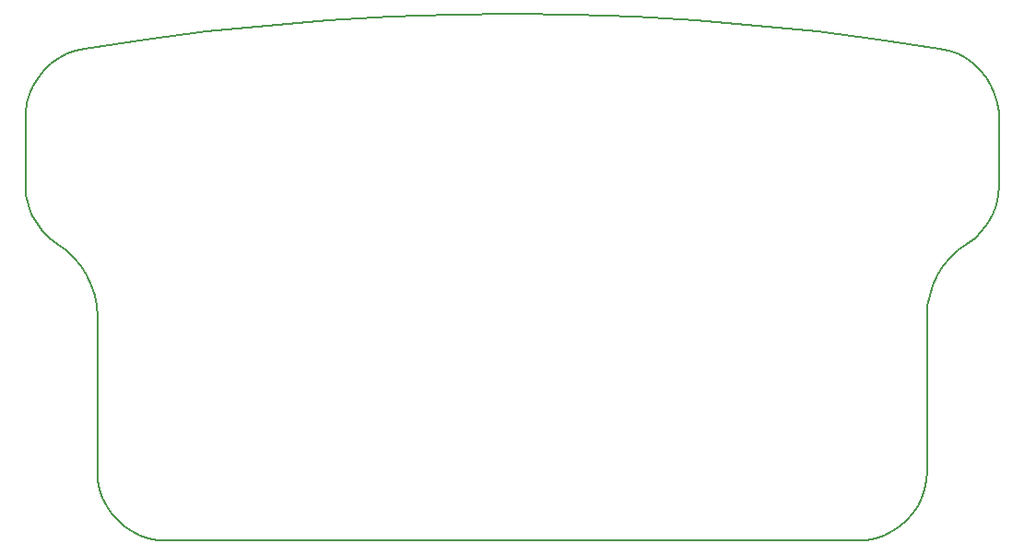
<source format=gm1>
G04 Layer_Color=16711935*
%FSLAX25Y25*%
%MOIN*%
G70*
G01*
G75*
%ADD27C,0.00787*%
D27*
X175504Y124830D02*
X175761Y128401D01*
X174741Y121334D02*
X175504Y124830D01*
X173486Y117982D02*
X174741Y121334D01*
X171765Y114843D02*
X173486Y117982D01*
X169614Y111983D02*
X171765Y114843D01*
X167076Y109458D02*
X169614Y111983D01*
X164204Y107323D02*
X167076Y109458D01*
X161041Y105015D02*
X164204Y107323D01*
X158192Y102329D02*
X161041Y105015D01*
X155701Y99308D02*
X158192Y102329D01*
X153607Y95999D02*
X155701Y99308D01*
X151943Y92455D02*
X153607Y95999D01*
X150736Y88730D02*
X151943Y92455D01*
X150004Y84883D02*
X150736Y88730D01*
X149759Y80976D02*
X150004Y84883D01*
X149759Y24817D02*
Y80976D01*
X149545Y21554D02*
X149759Y24817D01*
X148907Y18347D02*
X149545Y21554D01*
X147855Y15250D02*
X148907Y18347D01*
X146409Y12317D02*
X147855Y15250D01*
X144592Y9598D02*
X146409Y12317D01*
X142436Y7139D02*
X144592Y9598D01*
X139978Y4983D02*
X142436Y7139D01*
X137259Y3167D02*
X139978Y4983D01*
X134326Y1720D02*
X137259Y3167D01*
X131229Y669D02*
X134326Y1720D01*
X128022Y31D02*
X131229Y669D01*
X124759Y-183D02*
X128022Y31D01*
X-125241Y-183D02*
X124759D01*
X-128505Y31D02*
X-125241Y-183D01*
X-131712Y669D02*
X-128505Y31D01*
X-134809Y1720D02*
X-131712Y669D01*
X-137741Y3167D02*
X-134809Y1720D01*
X-140461Y4983D02*
X-137741Y3167D01*
X-142919Y7139D02*
X-140461Y4983D01*
X-145075Y9598D02*
X-142919Y7139D01*
X-146892Y12317D02*
X-145075Y9598D01*
X-148338Y15250D02*
X-146892Y12317D01*
X-149390Y18347D02*
X-148338Y15250D01*
X-150028Y21554D02*
X-149390Y18347D01*
X-150241Y24817D02*
X-150028Y21554D01*
X-150241Y24817D02*
Y80976D01*
X-150487Y84883D02*
X-150241Y80976D01*
X-151219Y88730D02*
X-150487Y84883D01*
X-152426Y92455D02*
X-151219Y88730D01*
X-154090Y95999D02*
X-152426Y92455D01*
X-156184Y99308D02*
X-154090Y95999D01*
X-158675Y102329D02*
X-156184Y99308D01*
X-161524Y105015D02*
X-158675Y102329D01*
X-164687Y107323D02*
X-161524Y105015D01*
X-167559Y109458D02*
X-164687Y107323D01*
X-170097Y111983D02*
X-167559Y109458D01*
X-172248Y114843D02*
X-170097Y111983D01*
X-173969Y117982D02*
X-172248Y114843D01*
X-175224Y121334D02*
X-173969Y117982D01*
X-175987Y124830D02*
X-175224Y121334D01*
X-176243Y128401D02*
X-175987Y124830D01*
X-176243Y128401D02*
Y154824D01*
X-175731Y158202D01*
X-174777Y161483D01*
X-173397Y164609D01*
X-171616Y167525D01*
X-169465Y170179D01*
X-166981Y172526D01*
X-164210Y174524D01*
X-161198Y176138D01*
X-158000Y177340D01*
X-154671Y178108D01*
X-132760Y181396D01*
X-110780Y184180D01*
X-88742Y186459D01*
X-66658Y188233D01*
X-44538Y189499D01*
X-22396Y190257D01*
X-241Y190507D01*
X21913Y190257D01*
X44055Y189499D01*
X66175Y188233D01*
X88259Y186459D01*
X110298Y184180D01*
X132277Y181396D01*
X154188Y178108D01*
X157517Y177340D01*
X160715Y176138D01*
X163727Y174524D01*
X166499Y172526D01*
X168982Y170179D01*
X171133Y167525D01*
X172914Y164609D01*
X174294Y161483D01*
X175248Y158202D01*
X175761Y154824D01*
Y128401D02*
Y154824D01*
M02*

</source>
